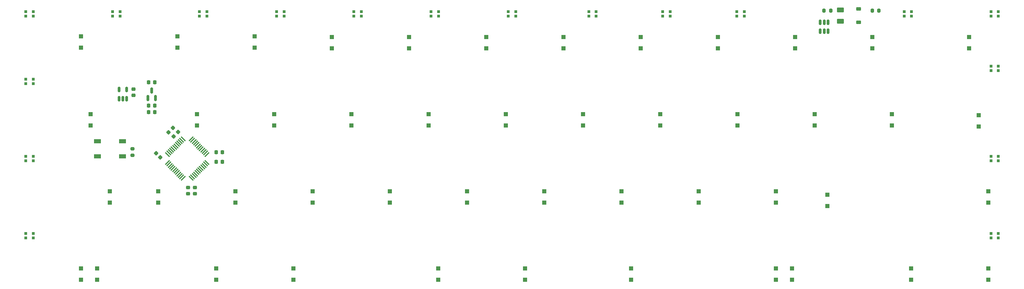
<source format=gbr>
%TF.GenerationSoftware,KiCad,Pcbnew,(7.0.0)*%
%TF.CreationDate,2023-11-21T21:34:49+01:00*%
%TF.ProjectId,forti,666f7274-692e-46b6-9963-61645f706362,rev?*%
%TF.SameCoordinates,Original*%
%TF.FileFunction,Paste,Bot*%
%TF.FilePolarity,Positive*%
%FSLAX46Y46*%
G04 Gerber Fmt 4.6, Leading zero omitted, Abs format (unit mm)*
G04 Created by KiCad (PCBNEW (7.0.0)) date 2023-11-21 21:34:49*
%MOMM*%
%LPD*%
G01*
G04 APERTURE LIST*
G04 Aperture macros list*
%AMRoundRect*
0 Rectangle with rounded corners*
0 $1 Rounding radius*
0 $2 $3 $4 $5 $6 $7 $8 $9 X,Y pos of 4 corners*
0 Add a 4 corners polygon primitive as box body*
4,1,4,$2,$3,$4,$5,$6,$7,$8,$9,$2,$3,0*
0 Add four circle primitives for the rounded corners*
1,1,$1+$1,$2,$3*
1,1,$1+$1,$4,$5*
1,1,$1+$1,$6,$7*
1,1,$1+$1,$8,$9*
0 Add four rect primitives between the rounded corners*
20,1,$1+$1,$2,$3,$4,$5,0*
20,1,$1+$1,$4,$5,$6,$7,0*
20,1,$1+$1,$6,$7,$8,$9,0*
20,1,$1+$1,$8,$9,$2,$3,0*%
G04 Aperture macros list end*
%ADD10RoundRect,0.105000X0.245000X0.245000X-0.245000X0.245000X-0.245000X-0.245000X0.245000X-0.245000X0*%
%ADD11RoundRect,0.250000X0.300000X-0.300000X0.300000X0.300000X-0.300000X0.300000X-0.300000X-0.300000X0*%
%ADD12RoundRect,0.200000X-0.200000X-0.275000X0.200000X-0.275000X0.200000X0.275000X-0.200000X0.275000X0*%
%ADD13RoundRect,0.200000X0.200000X0.275000X-0.200000X0.275000X-0.200000X-0.275000X0.200000X-0.275000X0*%
%ADD14RoundRect,0.105000X-0.245000X-0.245000X0.245000X-0.245000X0.245000X0.245000X-0.245000X0.245000X0*%
%ADD15RoundRect,0.150000X0.150000X-0.512500X0.150000X0.512500X-0.150000X0.512500X-0.150000X-0.512500X0*%
%ADD16R,1.800000X1.100000*%
%ADD17RoundRect,0.225000X-0.250000X0.225000X-0.250000X-0.225000X0.250000X-0.225000X0.250000X0.225000X0*%
%ADD18RoundRect,0.225000X0.335876X0.017678X0.017678X0.335876X-0.335876X-0.017678X-0.017678X-0.335876X0*%
%ADD19RoundRect,0.225000X0.375000X-0.225000X0.375000X0.225000X-0.375000X0.225000X-0.375000X-0.225000X0*%
%ADD20RoundRect,0.225000X-0.225000X-0.250000X0.225000X-0.250000X0.225000X0.250000X-0.225000X0.250000X0*%
%ADD21RoundRect,0.070000X0.521491X-0.422496X-0.422496X0.521491X-0.521491X0.422496X0.422496X-0.521491X0*%
%ADD22RoundRect,0.070000X0.521491X0.422496X0.422496X0.521491X-0.521491X-0.422496X-0.422496X-0.521491X0*%
%ADD23RoundRect,0.150000X0.150000X-0.587500X0.150000X0.587500X-0.150000X0.587500X-0.150000X-0.587500X0*%
%ADD24RoundRect,0.225000X0.225000X0.250000X-0.225000X0.250000X-0.225000X-0.250000X0.225000X-0.250000X0*%
%ADD25RoundRect,0.200000X0.275000X-0.200000X0.275000X0.200000X-0.275000X0.200000X-0.275000X-0.200000X0*%
%ADD26RoundRect,0.225000X0.017678X-0.335876X0.335876X-0.017678X-0.017678X0.335876X-0.335876X0.017678X0*%
%ADD27RoundRect,0.225000X0.250000X-0.225000X0.250000X0.225000X-0.250000X0.225000X-0.250000X-0.225000X0*%
%ADD28RoundRect,0.250000X-0.625000X0.375000X-0.625000X-0.375000X0.625000X-0.375000X0.625000X0.375000X0*%
G04 APERTURE END LIST*
D10*
%TO.C,LED2*%
X31871250Y-69300000D03*
X31871250Y-70400000D03*
X30041250Y-70400000D03*
X30041250Y-69300000D03*
%TD*%
D11*
%TO.C,D29*%
X119856250Y-80775000D03*
X119856250Y-77975000D03*
%TD*%
%TO.C,D36*%
X267493750Y-80775000D03*
X267493750Y-77975000D03*
%TD*%
%TO.C,D13*%
X46037500Y-61725000D03*
X46037500Y-58925000D03*
%TD*%
D10*
%TO.C,LED23*%
X150933750Y-33581250D03*
X150933750Y-34681250D03*
X149103750Y-34681250D03*
X149103750Y-33581250D03*
%TD*%
D11*
%TO.C,D40*%
X131762500Y-99825000D03*
X131762500Y-97025000D03*
%TD*%
%TO.C,D20*%
X186531250Y-61725000D03*
X186531250Y-58925000D03*
%TD*%
%TO.C,D26*%
X62706250Y-80775000D03*
X62706250Y-77975000D03*
%TD*%
D12*
%TO.C,R1*%
X238887500Y-33337500D03*
X240537500Y-33337500D03*
%TD*%
D11*
%TO.C,D22*%
X224631250Y-61725000D03*
X224631250Y-58925000D03*
%TD*%
D10*
%TO.C,LED25*%
X93783750Y-33581250D03*
X93783750Y-34681250D03*
X91953750Y-34681250D03*
X91953750Y-33581250D03*
%TD*%
D11*
%TO.C,D32*%
X177006250Y-80775000D03*
X177006250Y-77975000D03*
%TD*%
D13*
%TO.C,R2*%
X228631250Y-33337500D03*
X226981250Y-33337500D03*
%TD*%
D10*
%TO.C,LED30*%
X131883750Y-33581250D03*
X131883750Y-34681250D03*
X130053750Y-34681250D03*
X130053750Y-33581250D03*
%TD*%
%TO.C,LED21*%
X189033750Y-33581250D03*
X189033750Y-34681250D03*
X187203750Y-34681250D03*
X187203750Y-33581250D03*
%TD*%
D11*
%TO.C,D15*%
X91281250Y-61725000D03*
X91281250Y-58925000D03*
%TD*%
%TO.C,D41*%
X96043750Y-99825000D03*
X96043750Y-97025000D03*
%TD*%
D10*
%TO.C,LED20*%
X207290000Y-33581250D03*
X207290000Y-34681250D03*
X205460000Y-34681250D03*
X205460000Y-33581250D03*
%TD*%
D11*
%TO.C,D31*%
X157956250Y-80775000D03*
X157956250Y-77975000D03*
%TD*%
%TO.C,D21*%
X205581250Y-61725000D03*
X205581250Y-58925000D03*
%TD*%
%TO.C,D4*%
X105568750Y-42675000D03*
X105568750Y-39875000D03*
%TD*%
%TO.C,D9*%
X200818750Y-42675000D03*
X200818750Y-39875000D03*
%TD*%
%TO.C,D34*%
X215106250Y-80775000D03*
X215106250Y-77975000D03*
%TD*%
%TO.C,D24*%
X265112500Y-61912500D03*
X265112500Y-59112500D03*
%TD*%
%TO.C,D27*%
X81756250Y-80775000D03*
X81756250Y-77975000D03*
%TD*%
D14*
%TO.C,LED16*%
X268166250Y-70400000D03*
X268166250Y-69300000D03*
X269996250Y-69300000D03*
X269996250Y-70400000D03*
%TD*%
D11*
%TO.C,D16*%
X110331250Y-61725000D03*
X110331250Y-58925000D03*
%TD*%
D10*
%TO.C,LED26*%
X74733750Y-33581250D03*
X74733750Y-34681250D03*
X72903750Y-34681250D03*
X72903750Y-33581250D03*
%TD*%
D11*
%TO.C,D3*%
X86518750Y-42487500D03*
X86518750Y-39687500D03*
%TD*%
D15*
%TO.C,U4*%
X54925000Y-55112500D03*
X53975000Y-55112500D03*
X53025000Y-55112500D03*
X53025000Y-52837500D03*
X54925000Y-52837500D03*
%TD*%
D11*
%TO.C,D42*%
X153193750Y-99825000D03*
X153193750Y-97025000D03*
%TD*%
%TO.C,D28*%
X100806250Y-80775000D03*
X100806250Y-77975000D03*
%TD*%
D16*
%TO.C,SW2*%
X53899999Y-65618749D03*
X47699999Y-65618749D03*
X53899999Y-69318749D03*
X47699999Y-69318749D03*
%TD*%
D11*
%TO.C,D10*%
X219868750Y-42675000D03*
X219868750Y-39875000D03*
%TD*%
D10*
%TO.C,LED31*%
X53302500Y-33581250D03*
X53302500Y-34681250D03*
X51472500Y-34681250D03*
X51472500Y-33581250D03*
%TD*%
D17*
%TO.C,C8*%
X70105094Y-77012500D03*
X70105094Y-78562500D03*
%TD*%
D18*
%TO.C,C5*%
X63254258Y-69604258D03*
X62158242Y-68508242D03*
%TD*%
D19*
%TO.C,D_PWR1*%
X235493750Y-36172840D03*
X235493750Y-32872840D03*
%TD*%
D11*
%TO.C,D38*%
X47625000Y-99825000D03*
X47625000Y-97025000D03*
%TD*%
D10*
%TO.C,LED1*%
X31871250Y-50250000D03*
X31871250Y-51350000D03*
X30041250Y-51350000D03*
X30041250Y-50250000D03*
%TD*%
D11*
%TO.C,D43*%
X215106250Y-99825000D03*
X215106250Y-97025000D03*
%TD*%
%TO.C,D2*%
X67468750Y-42487500D03*
X67468750Y-39687500D03*
%TD*%
D20*
%TO.C,C9*%
X77012500Y-70643750D03*
X78562500Y-70643750D03*
%TD*%
D11*
%TO.C,D23*%
X243681250Y-61725000D03*
X243681250Y-58925000D03*
%TD*%
%TO.C,D1*%
X43656250Y-42487500D03*
X43656250Y-39687500D03*
%TD*%
%TO.C,D39*%
X76993750Y-99825000D03*
X76993750Y-97025000D03*
%TD*%
%TO.C,D30*%
X138906250Y-80775000D03*
X138906250Y-77975000D03*
%TD*%
D10*
%TO.C,LED19*%
X248565000Y-33581250D03*
X248565000Y-34681250D03*
X246735000Y-34681250D03*
X246735000Y-33581250D03*
%TD*%
D14*
%TO.C,LED15*%
X268166250Y-89450000D03*
X268166250Y-88350000D03*
X269996250Y-88350000D03*
X269996250Y-89450000D03*
%TD*%
D21*
%TO.C,U3*%
X74737876Y-70848788D03*
X74384322Y-71202342D03*
X74030769Y-71555895D03*
X73677215Y-71909449D03*
X73323662Y-72263002D03*
X72970109Y-72616555D03*
X72616555Y-72970109D03*
X72263002Y-73323662D03*
X71909449Y-73677215D03*
X71555895Y-74030769D03*
X71202342Y-74384322D03*
X70848788Y-74737876D03*
D22*
X68851212Y-74737876D03*
X68497658Y-74384322D03*
X68144105Y-74030769D03*
X67790551Y-73677215D03*
X67436998Y-73323662D03*
X67083445Y-72970109D03*
X66729891Y-72616555D03*
X66376338Y-72263002D03*
X66022785Y-71909449D03*
X65669231Y-71555895D03*
X65315678Y-71202342D03*
X64962124Y-70848788D03*
D21*
X64962124Y-68851212D03*
X65315678Y-68497658D03*
X65669231Y-68144105D03*
X66022785Y-67790551D03*
X66376338Y-67436998D03*
X66729891Y-67083445D03*
X67083445Y-66729891D03*
X67436998Y-66376338D03*
X67790551Y-66022785D03*
X68144105Y-65669231D03*
X68497658Y-65315678D03*
X68851212Y-64962124D03*
D22*
X70848788Y-64962124D03*
X71202342Y-65315678D03*
X71555895Y-65669231D03*
X71909449Y-66022785D03*
X72263002Y-66376338D03*
X72616555Y-66729891D03*
X72970109Y-67083445D03*
X73323662Y-67436998D03*
X73677215Y-67790551D03*
X74030769Y-68144105D03*
X74384322Y-68497658D03*
X74737876Y-68851212D03*
%TD*%
D14*
%TO.C,LED17*%
X268166250Y-48175000D03*
X268166250Y-47075000D03*
X269996250Y-47075000D03*
X269996250Y-48175000D03*
%TD*%
D11*
%TO.C,D8*%
X181768750Y-42675000D03*
X181768750Y-39875000D03*
%TD*%
D23*
%TO.C,U2*%
X62068750Y-54912500D03*
X60168750Y-54912500D03*
X61118750Y-53037500D03*
%TD*%
D11*
%TO.C,D11*%
X238918750Y-42675000D03*
X238918750Y-39875000D03*
%TD*%
%TO.C,D25*%
X50800000Y-80775000D03*
X50800000Y-77975000D03*
%TD*%
D10*
%TO.C,LED18*%
X269996250Y-33581250D03*
X269996250Y-34681250D03*
X268166250Y-34681250D03*
X268166250Y-33581250D03*
%TD*%
%TO.C,LED27*%
X31871250Y-33581250D03*
X31871250Y-34681250D03*
X30041250Y-34681250D03*
X30041250Y-33581250D03*
%TD*%
D11*
%TO.C,D35*%
X227806250Y-81568750D03*
X227806250Y-78768750D03*
%TD*%
%TO.C,D12*%
X262731250Y-42675000D03*
X262731250Y-39875000D03*
%TD*%
%TO.C,D6*%
X143668750Y-42675000D03*
X143668750Y-39875000D03*
%TD*%
D15*
%TO.C,U1*%
X227962500Y-38443750D03*
X227012500Y-38443750D03*
X226062500Y-38443750D03*
X226062500Y-36168750D03*
X227012500Y-36168750D03*
X227962500Y-36168750D03*
%TD*%
D11*
%TO.C,D17*%
X129381250Y-61725000D03*
X129381250Y-58925000D03*
%TD*%
%TO.C,D7*%
X162718750Y-42675000D03*
X162718750Y-39875000D03*
%TD*%
D10*
%TO.C,LED24*%
X112833750Y-33581250D03*
X112833750Y-34681250D03*
X111003750Y-34681250D03*
X111003750Y-33581250D03*
%TD*%
D24*
%TO.C,C2*%
X61894558Y-56804873D03*
X60344558Y-56804873D03*
%TD*%
D11*
%TO.C,D5*%
X124618750Y-42675000D03*
X124618750Y-39875000D03*
%TD*%
%TO.C,D18*%
X148431250Y-61725000D03*
X148431250Y-58925000D03*
%TD*%
D25*
%TO.C,R6*%
X56356250Y-69087500D03*
X56356250Y-67437500D03*
%TD*%
D11*
%TO.C,D44*%
X219075000Y-99825000D03*
X219075000Y-97025000D03*
%TD*%
D26*
%TO.C,C6*%
X66494471Y-64398395D03*
X67590487Y-63302379D03*
%TD*%
D11*
%TO.C,D14*%
X72231250Y-61725000D03*
X72231250Y-58925000D03*
%TD*%
D27*
%TO.C,C12*%
X56588330Y-54274562D03*
X56588330Y-52724562D03*
%TD*%
D28*
%TO.C,F1*%
X230981250Y-33122840D03*
X230981250Y-35922840D03*
%TD*%
D11*
%TO.C,D46*%
X267493750Y-99825000D03*
X267493750Y-97025000D03*
%TD*%
D20*
%TO.C,C3*%
X60343749Y-58387112D03*
X61893749Y-58387112D03*
%TD*%
D10*
%TO.C,LED22*%
X170777500Y-33581250D03*
X170777500Y-34681250D03*
X168947500Y-34681250D03*
X168947500Y-33581250D03*
%TD*%
%TO.C,LED3*%
X31871250Y-88350000D03*
X31871250Y-89450000D03*
X30041250Y-89450000D03*
X30041250Y-88350000D03*
%TD*%
D17*
%TO.C,C13*%
X71737281Y-77025116D03*
X71737281Y-78575116D03*
%TD*%
D11*
%TO.C,D45*%
X248443750Y-99825000D03*
X248443750Y-97025000D03*
%TD*%
%TO.C,D33*%
X196056250Y-80775000D03*
X196056250Y-77975000D03*
%TD*%
%TO.C,D47*%
X179387500Y-99825000D03*
X179387500Y-97025000D03*
%TD*%
%TO.C,D19*%
X167481250Y-61725000D03*
X167481250Y-58925000D03*
%TD*%
%TO.C,D37*%
X43656250Y-99825000D03*
X43656250Y-97025000D03*
%TD*%
D20*
%TO.C,C1*%
X60343750Y-51012500D03*
X61893750Y-51012500D03*
%TD*%
%TO.C,C7*%
X77012500Y-68281250D03*
X78562500Y-68281250D03*
%TD*%
D26*
%TO.C,C4*%
X65211544Y-63395111D03*
X66307560Y-62299095D03*
%TD*%
M02*

</source>
